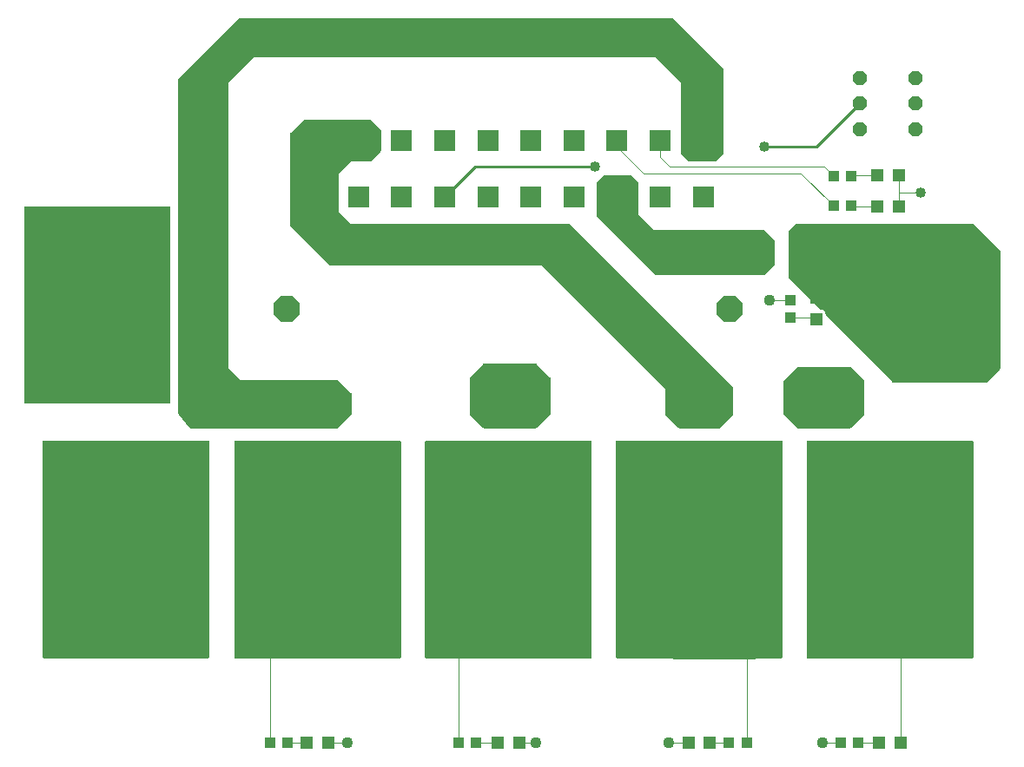
<source format=gbr>
G04 EAGLE Gerber RS-274X export*
G75*
%MOMM*%
%FSLAX34Y34*%
%LPD*%
%INTop Copper*%
%IPPOS*%
%AMOC8*
5,1,8,0,0,1.08239X$1,22.5*%
G01*
%ADD10P,2.749271X8X202.500000*%
%ADD11R,1.200000X1.200000*%
%ADD12R,1.000000X1.100000*%
%ADD13R,1.100000X1.000000*%
%ADD14R,3.150000X1.700000*%
%ADD15R,1.700000X3.150000*%
%ADD16C,8.000000*%
%ADD17R,2.100000X2.100000*%
%ADD18P,1.525737X8X112.500000*%
%ADD19C,0.025400*%
%ADD20C,0.050800*%
%ADD21C,1.108000*%
%ADD22C,1.016000*%
%ADD23C,1.422400*%
%ADD24C,0.254000*%

G36*
X333225Y373041D02*
X333225Y373041D01*
X333352Y373048D01*
X333398Y373061D01*
X333445Y373066D01*
X333565Y373109D01*
X333687Y373144D01*
X333728Y373168D01*
X333773Y373184D01*
X333880Y373253D01*
X333991Y373314D01*
X334036Y373353D01*
X334066Y373372D01*
X334100Y373407D01*
X334177Y373473D01*
X346877Y386173D01*
X346956Y386272D01*
X347040Y386366D01*
X347064Y386408D01*
X347094Y386446D01*
X347148Y386560D01*
X347209Y386671D01*
X347222Y386717D01*
X347243Y386761D01*
X347269Y386884D01*
X347304Y387006D01*
X347309Y387067D01*
X347316Y387102D01*
X347315Y387150D01*
X347323Y387250D01*
X347323Y406300D01*
X347309Y406426D01*
X347302Y406552D01*
X347289Y406598D01*
X347283Y406646D01*
X347241Y406765D01*
X347206Y406887D01*
X347182Y406929D01*
X347166Y406974D01*
X347097Y407081D01*
X347036Y407191D01*
X346996Y407237D01*
X346977Y407267D01*
X346942Y407301D01*
X346877Y407377D01*
X334177Y420077D01*
X334078Y420156D01*
X333984Y420240D01*
X333942Y420264D01*
X333904Y420294D01*
X333790Y420348D01*
X333679Y420409D01*
X333633Y420422D01*
X333589Y420443D01*
X333466Y420469D01*
X333344Y420504D01*
X333283Y420509D01*
X333248Y420516D01*
X333200Y420515D01*
X333100Y420523D01*
X241423Y420523D01*
X238767Y420604D01*
X226823Y432339D01*
X226823Y710469D01*
X251331Y734977D01*
X643769Y734977D01*
X668277Y710469D01*
X668277Y641250D01*
X668291Y641124D01*
X668298Y640998D01*
X668311Y640952D01*
X668317Y640904D01*
X668359Y640785D01*
X668394Y640663D01*
X668418Y640621D01*
X668434Y640576D01*
X668503Y640469D01*
X668564Y640359D01*
X668604Y640313D01*
X668623Y640283D01*
X668658Y640249D01*
X668723Y640173D01*
X675073Y633823D01*
X675172Y633744D01*
X675266Y633660D01*
X675308Y633636D01*
X675346Y633606D01*
X675460Y633552D01*
X675571Y633491D01*
X675617Y633478D01*
X675661Y633457D01*
X675784Y633431D01*
X675906Y633396D01*
X675967Y633392D01*
X676002Y633384D01*
X676050Y633385D01*
X676150Y633377D01*
X701550Y633377D01*
X701676Y633391D01*
X701802Y633398D01*
X701848Y633411D01*
X701896Y633417D01*
X702015Y633459D01*
X702137Y633494D01*
X702179Y633518D01*
X702224Y633534D01*
X702331Y633603D01*
X702441Y633664D01*
X702487Y633704D01*
X702517Y633723D01*
X702551Y633758D01*
X702627Y633823D01*
X708977Y640173D01*
X709056Y640272D01*
X709140Y640366D01*
X709164Y640408D01*
X709194Y640446D01*
X709248Y640560D01*
X709309Y640671D01*
X709322Y640717D01*
X709343Y640761D01*
X709369Y640884D01*
X709404Y641006D01*
X709409Y641067D01*
X709416Y641102D01*
X709415Y641150D01*
X709423Y641250D01*
X709423Y723800D01*
X709409Y723926D01*
X709402Y724052D01*
X709389Y724098D01*
X709383Y724146D01*
X709341Y724265D01*
X709306Y724387D01*
X709282Y724429D01*
X709266Y724474D01*
X709197Y724581D01*
X709136Y724691D01*
X709096Y724737D01*
X709077Y724767D01*
X709042Y724801D01*
X708977Y724877D01*
X660877Y772977D01*
X660778Y773056D01*
X660684Y773140D01*
X660642Y773164D01*
X660604Y773194D01*
X660490Y773248D01*
X660379Y773309D01*
X660333Y773322D01*
X660289Y773343D01*
X660166Y773369D01*
X660044Y773404D01*
X659983Y773409D01*
X659948Y773416D01*
X659900Y773415D01*
X659800Y773423D01*
X238000Y773423D01*
X237874Y773409D01*
X237748Y773402D01*
X237702Y773389D01*
X237654Y773383D01*
X237535Y773341D01*
X237413Y773306D01*
X237371Y773282D01*
X237326Y773266D01*
X237219Y773197D01*
X237109Y773136D01*
X237063Y773096D01*
X237033Y773077D01*
X236999Y773042D01*
X236923Y772977D01*
X178823Y714877D01*
X178744Y714778D01*
X178660Y714684D01*
X178636Y714642D01*
X178606Y714604D01*
X178552Y714490D01*
X178491Y714379D01*
X178478Y714333D01*
X178457Y714289D01*
X178431Y714166D01*
X178396Y714044D01*
X178392Y713983D01*
X178384Y713948D01*
X178385Y713900D01*
X178377Y713800D01*
X178377Y387250D01*
X178384Y387189D01*
X178382Y387128D01*
X178404Y387017D01*
X178417Y386904D01*
X178437Y386846D01*
X178449Y386786D01*
X178496Y386683D01*
X178534Y386576D01*
X178567Y386524D01*
X178592Y386469D01*
X178708Y386307D01*
X178723Y386283D01*
X178728Y386278D01*
X178734Y386269D01*
X189334Y373669D01*
X189347Y373658D01*
X189356Y373644D01*
X189473Y373538D01*
X189588Y373430D01*
X189602Y373422D01*
X189615Y373410D01*
X189752Y373334D01*
X189889Y373255D01*
X189905Y373250D01*
X189920Y373242D01*
X190071Y373199D01*
X190222Y373152D01*
X190239Y373151D01*
X190255Y373147D01*
X190499Y373127D01*
X333099Y373027D01*
X333225Y373041D01*
G37*
G36*
X716200Y148032D02*
X716200Y148032D01*
X716218Y148031D01*
X766018Y148731D01*
X766127Y148746D01*
X766237Y148753D01*
X766284Y148768D01*
X766333Y148775D01*
X766435Y148817D01*
X766539Y148851D01*
X766581Y148877D01*
X766627Y148896D01*
X766715Y148962D01*
X766808Y149021D01*
X766842Y149057D01*
X766882Y149087D01*
X766951Y149173D01*
X767026Y149253D01*
X767050Y149296D01*
X767081Y149335D01*
X767126Y149435D01*
X767180Y149531D01*
X767192Y149579D01*
X767212Y149624D01*
X767231Y149733D01*
X767259Y149839D01*
X767264Y149916D01*
X767268Y149937D01*
X767266Y149955D01*
X767269Y150000D01*
X767269Y360000D01*
X767254Y360118D01*
X767247Y360237D01*
X767234Y360275D01*
X767229Y360316D01*
X767186Y360426D01*
X767149Y360539D01*
X767127Y360574D01*
X767112Y360611D01*
X767043Y360707D01*
X766979Y360808D01*
X766949Y360836D01*
X766926Y360869D01*
X766834Y360945D01*
X766747Y361026D01*
X766712Y361046D01*
X766681Y361071D01*
X766573Y361122D01*
X766469Y361180D01*
X766429Y361190D01*
X766393Y361207D01*
X766276Y361229D01*
X766161Y361259D01*
X766101Y361263D01*
X766081Y361267D01*
X766060Y361265D01*
X766000Y361269D01*
X606000Y361269D01*
X605882Y361254D01*
X605763Y361247D01*
X605725Y361234D01*
X605684Y361229D01*
X605574Y361186D01*
X605461Y361149D01*
X605426Y361127D01*
X605389Y361112D01*
X605293Y361043D01*
X605192Y360979D01*
X605164Y360949D01*
X605131Y360926D01*
X605056Y360834D01*
X604974Y360747D01*
X604954Y360712D01*
X604929Y360681D01*
X604878Y360573D01*
X604820Y360469D01*
X604810Y360429D01*
X604793Y360393D01*
X604771Y360276D01*
X604741Y360161D01*
X604737Y360101D01*
X604733Y360081D01*
X604734Y360077D01*
X604733Y360076D01*
X604734Y360058D01*
X604731Y360000D01*
X604731Y150000D01*
X604745Y149886D01*
X604752Y149771D01*
X604765Y149729D01*
X604771Y149684D01*
X604813Y149578D01*
X604848Y149468D01*
X604871Y149430D01*
X604888Y149389D01*
X604955Y149296D01*
X605016Y149198D01*
X605048Y149168D01*
X605074Y149131D01*
X605163Y149058D01*
X605246Y148979D01*
X605285Y148957D01*
X605319Y148929D01*
X605424Y148880D01*
X605524Y148823D01*
X605567Y148812D01*
X605607Y148793D01*
X605720Y148772D01*
X605831Y148742D01*
X605899Y148737D01*
X605920Y148733D01*
X605939Y148735D01*
X605992Y148731D01*
X716192Y148031D01*
X716200Y148032D01*
G37*
G36*
X207318Y148746D02*
X207318Y148746D01*
X207437Y148753D01*
X207475Y148766D01*
X207516Y148771D01*
X207626Y148814D01*
X207739Y148851D01*
X207774Y148873D01*
X207811Y148888D01*
X207907Y148958D01*
X208008Y149021D01*
X208036Y149051D01*
X208069Y149074D01*
X208145Y149166D01*
X208226Y149253D01*
X208246Y149288D01*
X208271Y149319D01*
X208322Y149427D01*
X208380Y149531D01*
X208390Y149571D01*
X208407Y149607D01*
X208429Y149724D01*
X208459Y149839D01*
X208463Y149900D01*
X208467Y149920D01*
X208465Y149940D01*
X208469Y150000D01*
X208469Y360000D01*
X208454Y360118D01*
X208447Y360237D01*
X208434Y360275D01*
X208429Y360316D01*
X208386Y360426D01*
X208349Y360539D01*
X208327Y360574D01*
X208312Y360611D01*
X208243Y360707D01*
X208179Y360808D01*
X208149Y360836D01*
X208126Y360869D01*
X208034Y360945D01*
X207947Y361026D01*
X207912Y361046D01*
X207881Y361071D01*
X207773Y361122D01*
X207669Y361180D01*
X207629Y361190D01*
X207593Y361207D01*
X207476Y361229D01*
X207361Y361259D01*
X207301Y361263D01*
X207281Y361267D01*
X207260Y361265D01*
X207200Y361269D01*
X47200Y361269D01*
X47082Y361254D01*
X46963Y361247D01*
X46925Y361234D01*
X46884Y361229D01*
X46774Y361186D01*
X46661Y361149D01*
X46626Y361127D01*
X46589Y361112D01*
X46493Y361043D01*
X46392Y360979D01*
X46364Y360949D01*
X46331Y360926D01*
X46256Y360834D01*
X46174Y360747D01*
X46154Y360712D01*
X46129Y360681D01*
X46078Y360573D01*
X46020Y360469D01*
X46010Y360429D01*
X45993Y360393D01*
X45971Y360276D01*
X45941Y360161D01*
X45937Y360101D01*
X45933Y360081D01*
X45935Y360060D01*
X45931Y360000D01*
X45931Y150000D01*
X45946Y149882D01*
X45953Y149763D01*
X45966Y149725D01*
X45971Y149684D01*
X46014Y149574D01*
X46051Y149461D01*
X46073Y149426D01*
X46088Y149389D01*
X46158Y149293D01*
X46221Y149192D01*
X46251Y149164D01*
X46274Y149131D01*
X46366Y149056D01*
X46453Y148974D01*
X46488Y148954D01*
X46519Y148929D01*
X46627Y148878D01*
X46731Y148820D01*
X46771Y148810D01*
X46807Y148793D01*
X46924Y148771D01*
X47039Y148741D01*
X47100Y148737D01*
X47120Y148733D01*
X47140Y148735D01*
X47200Y148731D01*
X207200Y148731D01*
X207318Y148746D01*
G37*
G36*
X952118Y148746D02*
X952118Y148746D01*
X952237Y148753D01*
X952275Y148766D01*
X952316Y148771D01*
X952426Y148814D01*
X952539Y148851D01*
X952574Y148873D01*
X952611Y148888D01*
X952707Y148958D01*
X952808Y149021D01*
X952836Y149051D01*
X952869Y149074D01*
X952945Y149166D01*
X953026Y149253D01*
X953046Y149288D01*
X953071Y149319D01*
X953122Y149427D01*
X953180Y149531D01*
X953190Y149571D01*
X953207Y149607D01*
X953229Y149724D01*
X953259Y149839D01*
X953263Y149900D01*
X953267Y149920D01*
X953265Y149940D01*
X953269Y150000D01*
X953269Y360000D01*
X953254Y360118D01*
X953247Y360237D01*
X953234Y360275D01*
X953229Y360316D01*
X953186Y360426D01*
X953149Y360539D01*
X953127Y360574D01*
X953112Y360611D01*
X953043Y360707D01*
X952979Y360808D01*
X952949Y360836D01*
X952926Y360869D01*
X952834Y360945D01*
X952747Y361026D01*
X952712Y361046D01*
X952681Y361071D01*
X952573Y361122D01*
X952469Y361180D01*
X952429Y361190D01*
X952393Y361207D01*
X952276Y361229D01*
X952161Y361259D01*
X952101Y361263D01*
X952081Y361267D01*
X952060Y361265D01*
X952000Y361269D01*
X792000Y361269D01*
X791882Y361254D01*
X791763Y361247D01*
X791725Y361234D01*
X791684Y361229D01*
X791574Y361186D01*
X791461Y361149D01*
X791426Y361127D01*
X791389Y361112D01*
X791293Y361043D01*
X791192Y360979D01*
X791164Y360949D01*
X791131Y360926D01*
X791056Y360834D01*
X790974Y360747D01*
X790954Y360712D01*
X790929Y360681D01*
X790878Y360573D01*
X790820Y360469D01*
X790810Y360429D01*
X790793Y360393D01*
X790771Y360276D01*
X790741Y360161D01*
X790737Y360101D01*
X790733Y360081D01*
X790735Y360060D01*
X790731Y360000D01*
X790731Y150000D01*
X790746Y149882D01*
X790753Y149763D01*
X790766Y149725D01*
X790771Y149684D01*
X790814Y149574D01*
X790851Y149461D01*
X790873Y149426D01*
X790888Y149389D01*
X790958Y149293D01*
X791021Y149192D01*
X791051Y149164D01*
X791074Y149131D01*
X791166Y149056D01*
X791253Y148974D01*
X791288Y148954D01*
X791319Y148929D01*
X791427Y148878D01*
X791531Y148820D01*
X791571Y148810D01*
X791607Y148793D01*
X791724Y148771D01*
X791839Y148741D01*
X791900Y148737D01*
X791920Y148733D01*
X791940Y148735D01*
X792000Y148731D01*
X952000Y148731D01*
X952118Y148746D01*
G37*
G36*
X580118Y148746D02*
X580118Y148746D01*
X580237Y148753D01*
X580275Y148766D01*
X580316Y148771D01*
X580426Y148814D01*
X580539Y148851D01*
X580574Y148873D01*
X580611Y148888D01*
X580707Y148958D01*
X580808Y149021D01*
X580836Y149051D01*
X580869Y149074D01*
X580945Y149166D01*
X581026Y149253D01*
X581046Y149288D01*
X581071Y149319D01*
X581122Y149427D01*
X581180Y149531D01*
X581190Y149571D01*
X581207Y149607D01*
X581229Y149724D01*
X581259Y149839D01*
X581263Y149900D01*
X581267Y149920D01*
X581265Y149940D01*
X581269Y150000D01*
X581269Y360000D01*
X581254Y360118D01*
X581247Y360237D01*
X581234Y360275D01*
X581229Y360316D01*
X581186Y360426D01*
X581149Y360539D01*
X581127Y360574D01*
X581112Y360611D01*
X581043Y360707D01*
X580979Y360808D01*
X580949Y360836D01*
X580926Y360869D01*
X580834Y360945D01*
X580747Y361026D01*
X580712Y361046D01*
X580681Y361071D01*
X580573Y361122D01*
X580469Y361180D01*
X580429Y361190D01*
X580393Y361207D01*
X580276Y361229D01*
X580161Y361259D01*
X580101Y361263D01*
X580081Y361267D01*
X580060Y361265D01*
X580000Y361269D01*
X420000Y361269D01*
X419882Y361254D01*
X419763Y361247D01*
X419725Y361234D01*
X419684Y361229D01*
X419574Y361186D01*
X419461Y361149D01*
X419426Y361127D01*
X419389Y361112D01*
X419293Y361043D01*
X419192Y360979D01*
X419164Y360949D01*
X419131Y360926D01*
X419056Y360834D01*
X418974Y360747D01*
X418954Y360712D01*
X418929Y360681D01*
X418878Y360573D01*
X418820Y360469D01*
X418810Y360429D01*
X418793Y360393D01*
X418771Y360276D01*
X418741Y360161D01*
X418737Y360101D01*
X418733Y360081D01*
X418735Y360060D01*
X418731Y360000D01*
X418731Y150000D01*
X418746Y149882D01*
X418753Y149763D01*
X418766Y149725D01*
X418771Y149684D01*
X418814Y149574D01*
X418851Y149461D01*
X418873Y149426D01*
X418888Y149389D01*
X418958Y149293D01*
X419021Y149192D01*
X419051Y149164D01*
X419074Y149131D01*
X419166Y149056D01*
X419253Y148974D01*
X419288Y148954D01*
X419319Y148929D01*
X419427Y148878D01*
X419531Y148820D01*
X419571Y148810D01*
X419607Y148793D01*
X419724Y148771D01*
X419839Y148741D01*
X419900Y148737D01*
X419920Y148733D01*
X419940Y148735D01*
X420000Y148731D01*
X580000Y148731D01*
X580118Y148746D01*
G37*
G36*
X394118Y148746D02*
X394118Y148746D01*
X394237Y148753D01*
X394275Y148766D01*
X394316Y148771D01*
X394426Y148814D01*
X394539Y148851D01*
X394574Y148873D01*
X394611Y148888D01*
X394707Y148958D01*
X394808Y149021D01*
X394836Y149051D01*
X394869Y149074D01*
X394945Y149166D01*
X395026Y149253D01*
X395046Y149288D01*
X395071Y149319D01*
X395122Y149427D01*
X395180Y149531D01*
X395190Y149571D01*
X395207Y149607D01*
X395229Y149724D01*
X395259Y149839D01*
X395263Y149900D01*
X395267Y149920D01*
X395265Y149940D01*
X395269Y150000D01*
X395269Y360000D01*
X395254Y360118D01*
X395247Y360237D01*
X395234Y360275D01*
X395229Y360316D01*
X395186Y360426D01*
X395149Y360539D01*
X395127Y360574D01*
X395112Y360611D01*
X395043Y360707D01*
X394979Y360808D01*
X394949Y360836D01*
X394926Y360869D01*
X394834Y360945D01*
X394747Y361026D01*
X394712Y361046D01*
X394681Y361071D01*
X394573Y361122D01*
X394469Y361180D01*
X394429Y361190D01*
X394393Y361207D01*
X394276Y361229D01*
X394161Y361259D01*
X394101Y361263D01*
X394081Y361267D01*
X394060Y361265D01*
X394000Y361269D01*
X234000Y361269D01*
X233882Y361254D01*
X233763Y361247D01*
X233725Y361234D01*
X233684Y361229D01*
X233574Y361186D01*
X233461Y361149D01*
X233426Y361127D01*
X233389Y361112D01*
X233293Y361043D01*
X233192Y360979D01*
X233164Y360949D01*
X233131Y360926D01*
X233056Y360834D01*
X232974Y360747D01*
X232954Y360712D01*
X232929Y360681D01*
X232878Y360573D01*
X232820Y360469D01*
X232810Y360429D01*
X232793Y360393D01*
X232771Y360276D01*
X232741Y360161D01*
X232737Y360101D01*
X232733Y360081D01*
X232735Y360060D01*
X232731Y360000D01*
X232731Y150000D01*
X232746Y149882D01*
X232753Y149763D01*
X232766Y149725D01*
X232771Y149684D01*
X232814Y149574D01*
X232851Y149461D01*
X232873Y149426D01*
X232888Y149389D01*
X232958Y149293D01*
X233021Y149192D01*
X233051Y149164D01*
X233074Y149131D01*
X233166Y149056D01*
X233253Y148974D01*
X233288Y148954D01*
X233319Y148929D01*
X233427Y148878D01*
X233531Y148820D01*
X233571Y148810D01*
X233607Y148793D01*
X233724Y148771D01*
X233839Y148741D01*
X233900Y148737D01*
X233920Y148733D01*
X233940Y148735D01*
X234000Y148731D01*
X394000Y148731D01*
X394118Y148746D01*
G37*
G36*
X705326Y373141D02*
X705326Y373141D01*
X705452Y373148D01*
X705498Y373161D01*
X705546Y373167D01*
X705665Y373209D01*
X705787Y373244D01*
X705829Y373268D01*
X705874Y373284D01*
X705981Y373353D01*
X706091Y373414D01*
X706137Y373454D01*
X706167Y373473D01*
X706201Y373508D01*
X706277Y373573D01*
X718977Y386273D01*
X719056Y386372D01*
X719140Y386466D01*
X719164Y386508D01*
X719194Y386546D01*
X719248Y386660D01*
X719309Y386771D01*
X719322Y386817D01*
X719343Y386861D01*
X719369Y386984D01*
X719404Y387106D01*
X719409Y387167D01*
X719416Y387202D01*
X719415Y387250D01*
X719423Y387350D01*
X719423Y412400D01*
X719409Y412526D01*
X719402Y412652D01*
X719389Y412698D01*
X719383Y412746D01*
X719341Y412865D01*
X719306Y412987D01*
X719282Y413029D01*
X719266Y413074D01*
X719197Y413181D01*
X719136Y413291D01*
X719096Y413337D01*
X719077Y413367D01*
X719042Y413401D01*
X718977Y413477D01*
X559877Y572577D01*
X559778Y572656D01*
X559684Y572740D01*
X559642Y572764D01*
X559604Y572794D01*
X559490Y572848D01*
X559379Y572909D01*
X559333Y572922D01*
X559289Y572943D01*
X559166Y572969D01*
X559044Y573004D01*
X558983Y573009D01*
X558948Y573016D01*
X558900Y573015D01*
X558800Y573023D01*
X546100Y573023D01*
X546099Y573023D01*
X346581Y572924D01*
X334773Y584731D01*
X334773Y621569D01*
X346581Y633377D01*
X365000Y633377D01*
X365126Y633391D01*
X365252Y633398D01*
X365298Y633411D01*
X365346Y633417D01*
X365465Y633459D01*
X365587Y633494D01*
X365629Y633518D01*
X365674Y633534D01*
X365781Y633603D01*
X365891Y633664D01*
X365937Y633704D01*
X365967Y633723D01*
X366001Y633758D01*
X366077Y633823D01*
X375602Y643348D01*
X375681Y643447D01*
X375765Y643541D01*
X375789Y643583D01*
X375819Y643621D01*
X375873Y643735D01*
X375934Y643846D01*
X375947Y643892D01*
X375968Y643936D01*
X375994Y644059D01*
X376029Y644181D01*
X376034Y644242D01*
X376041Y644277D01*
X376040Y644325D01*
X376048Y644425D01*
X376048Y663475D01*
X376034Y663601D01*
X376027Y663727D01*
X376014Y663773D01*
X376008Y663821D01*
X375966Y663940D01*
X375931Y664062D01*
X375907Y664104D01*
X375891Y664149D01*
X375822Y664256D01*
X375761Y664366D01*
X375721Y664412D01*
X375702Y664442D01*
X375667Y664476D01*
X375602Y664552D01*
X366077Y674077D01*
X365978Y674156D01*
X365884Y674240D01*
X365842Y674264D01*
X365804Y674294D01*
X365690Y674348D01*
X365579Y674409D01*
X365533Y674422D01*
X365489Y674443D01*
X365366Y674469D01*
X365244Y674504D01*
X365183Y674509D01*
X365148Y674516D01*
X365100Y674515D01*
X365000Y674523D01*
X301500Y674523D01*
X301374Y674509D01*
X301248Y674502D01*
X301202Y674489D01*
X301154Y674483D01*
X301035Y674441D01*
X300913Y674406D01*
X300871Y674382D01*
X300826Y674366D01*
X300719Y674297D01*
X300609Y674236D01*
X300563Y674196D01*
X300533Y674177D01*
X300499Y674142D01*
X300423Y674077D01*
X287723Y661377D01*
X287644Y661278D01*
X287560Y661184D01*
X287536Y661142D01*
X287506Y661104D01*
X287452Y660990D01*
X287391Y660879D01*
X287378Y660833D01*
X287357Y660789D01*
X287331Y660666D01*
X287296Y660544D01*
X287292Y660483D01*
X287284Y660448D01*
X287285Y660400D01*
X287277Y660300D01*
X287277Y571400D01*
X287291Y571274D01*
X287298Y571148D01*
X287311Y571102D01*
X287317Y571054D01*
X287359Y570935D01*
X287394Y570813D01*
X287418Y570771D01*
X287434Y570726D01*
X287503Y570619D01*
X287564Y570509D01*
X287604Y570463D01*
X287623Y570433D01*
X287658Y570399D01*
X287723Y570323D01*
X325823Y532223D01*
X325922Y532144D01*
X326016Y532059D01*
X326058Y532036D01*
X326096Y532006D01*
X326210Y531952D01*
X326322Y531891D01*
X326368Y531878D01*
X326411Y531857D01*
X326535Y531831D01*
X326657Y531796D01*
X326717Y531791D01*
X326752Y531784D01*
X326800Y531785D01*
X326901Y531777D01*
X520701Y531877D01*
X532769Y531877D01*
X652877Y411769D01*
X652877Y387350D01*
X652891Y387224D01*
X652898Y387098D01*
X652911Y387052D01*
X652917Y387004D01*
X652959Y386885D01*
X652994Y386763D01*
X653018Y386721D01*
X653034Y386676D01*
X653103Y386569D01*
X653164Y386459D01*
X653204Y386413D01*
X653223Y386383D01*
X653258Y386349D01*
X653323Y386273D01*
X666023Y373573D01*
X666122Y373494D01*
X666216Y373410D01*
X666258Y373386D01*
X666296Y373356D01*
X666410Y373302D01*
X666521Y373241D01*
X666567Y373228D01*
X666611Y373207D01*
X666734Y373181D01*
X666856Y373146D01*
X666917Y373142D01*
X666952Y373134D01*
X667000Y373135D01*
X667100Y373127D01*
X705200Y373127D01*
X705326Y373141D01*
G37*
G36*
X169618Y397346D02*
X169618Y397346D01*
X169737Y397353D01*
X169775Y397366D01*
X169816Y397371D01*
X169926Y397414D01*
X170039Y397451D01*
X170074Y397473D01*
X170111Y397488D01*
X170207Y397558D01*
X170308Y397621D01*
X170336Y397651D01*
X170369Y397674D01*
X170445Y397766D01*
X170526Y397853D01*
X170546Y397888D01*
X170571Y397919D01*
X170622Y398027D01*
X170680Y398131D01*
X170690Y398171D01*
X170707Y398207D01*
X170729Y398324D01*
X170759Y398439D01*
X170763Y398500D01*
X170767Y398520D01*
X170765Y398540D01*
X170769Y398600D01*
X170769Y588600D01*
X170754Y588718D01*
X170747Y588837D01*
X170734Y588875D01*
X170729Y588916D01*
X170686Y589026D01*
X170649Y589139D01*
X170627Y589174D01*
X170612Y589211D01*
X170543Y589307D01*
X170479Y589408D01*
X170449Y589436D01*
X170426Y589469D01*
X170334Y589545D01*
X170247Y589626D01*
X170212Y589646D01*
X170181Y589671D01*
X170073Y589722D01*
X169969Y589780D01*
X169929Y589790D01*
X169893Y589807D01*
X169776Y589829D01*
X169661Y589859D01*
X169601Y589863D01*
X169581Y589867D01*
X169560Y589865D01*
X169500Y589869D01*
X29500Y589869D01*
X29382Y589854D01*
X29263Y589847D01*
X29225Y589834D01*
X29184Y589829D01*
X29074Y589786D01*
X28961Y589749D01*
X28926Y589727D01*
X28889Y589712D01*
X28793Y589643D01*
X28692Y589579D01*
X28664Y589549D01*
X28631Y589526D01*
X28556Y589434D01*
X28474Y589347D01*
X28454Y589312D01*
X28429Y589281D01*
X28378Y589173D01*
X28320Y589069D01*
X28310Y589029D01*
X28293Y588993D01*
X28271Y588876D01*
X28241Y588761D01*
X28237Y588701D01*
X28233Y588681D01*
X28235Y588660D01*
X28231Y588600D01*
X28231Y398600D01*
X28246Y398482D01*
X28253Y398363D01*
X28266Y398325D01*
X28271Y398284D01*
X28314Y398174D01*
X28351Y398061D01*
X28373Y398026D01*
X28388Y397989D01*
X28458Y397893D01*
X28521Y397792D01*
X28551Y397764D01*
X28574Y397731D01*
X28666Y397656D01*
X28753Y397574D01*
X28788Y397554D01*
X28819Y397529D01*
X28927Y397478D01*
X29031Y397420D01*
X29071Y397410D01*
X29107Y397393D01*
X29224Y397371D01*
X29339Y397341D01*
X29400Y397337D01*
X29420Y397333D01*
X29440Y397335D01*
X29500Y397331D01*
X169500Y397331D01*
X169618Y397346D01*
G37*
G36*
X965326Y417591D02*
X965326Y417591D01*
X965452Y417598D01*
X965498Y417611D01*
X965546Y417617D01*
X965665Y417659D01*
X965787Y417694D01*
X965829Y417718D01*
X965874Y417734D01*
X965981Y417803D01*
X966091Y417864D01*
X966137Y417904D01*
X966167Y417923D01*
X966201Y417958D01*
X966277Y418023D01*
X978977Y430723D01*
X979056Y430822D01*
X979140Y430916D01*
X979164Y430958D01*
X979194Y430996D01*
X979248Y431110D01*
X979309Y431221D01*
X979322Y431267D01*
X979343Y431311D01*
X979369Y431434D01*
X979404Y431556D01*
X979409Y431617D01*
X979416Y431652D01*
X979415Y431700D01*
X979423Y431800D01*
X979423Y546100D01*
X979409Y546226D01*
X979402Y546352D01*
X979389Y546398D01*
X979383Y546446D01*
X979341Y546565D01*
X979306Y546687D01*
X979282Y546729D01*
X979266Y546774D01*
X979197Y546881D01*
X979136Y546991D01*
X979096Y547037D01*
X979077Y547067D01*
X979042Y547101D01*
X978977Y547177D01*
X953577Y572577D01*
X953478Y572656D01*
X953384Y572740D01*
X953342Y572764D01*
X953304Y572794D01*
X953190Y572848D01*
X953079Y572909D01*
X953033Y572922D01*
X952989Y572943D01*
X952866Y572969D01*
X952744Y573004D01*
X952683Y573009D01*
X952648Y573016D01*
X952600Y573015D01*
X952500Y573023D01*
X781050Y573023D01*
X780924Y573009D01*
X780798Y573002D01*
X780752Y572989D01*
X780704Y572983D01*
X780585Y572941D01*
X780463Y572906D01*
X780421Y572882D01*
X780376Y572866D01*
X780269Y572797D01*
X780159Y572736D01*
X780113Y572696D01*
X780083Y572677D01*
X780049Y572642D01*
X779973Y572577D01*
X773623Y566227D01*
X773544Y566128D01*
X773460Y566034D01*
X773436Y565992D01*
X773406Y565954D01*
X773352Y565840D01*
X773291Y565729D01*
X773278Y565683D01*
X773257Y565639D01*
X773231Y565516D01*
X773196Y565394D01*
X773192Y565333D01*
X773184Y565298D01*
X773185Y565250D01*
X773177Y565150D01*
X773177Y520700D01*
X773191Y520574D01*
X773198Y520448D01*
X773211Y520402D01*
X773217Y520354D01*
X773259Y520235D01*
X773294Y520113D01*
X773318Y520071D01*
X773334Y520026D01*
X773403Y519919D01*
X773464Y519809D01*
X773504Y519763D01*
X773523Y519733D01*
X773558Y519699D01*
X773623Y519623D01*
X804251Y488995D01*
X804350Y488916D01*
X804444Y488832D01*
X804486Y488808D01*
X804524Y488778D01*
X804638Y488724D01*
X804749Y488663D01*
X804795Y488650D01*
X804839Y488629D01*
X804962Y488603D01*
X805084Y488568D01*
X805145Y488563D01*
X805180Y488556D01*
X805228Y488557D01*
X805328Y488549D01*
X807363Y488549D01*
X809149Y486763D01*
X809149Y484728D01*
X809163Y484602D01*
X809170Y484476D01*
X809183Y484430D01*
X809189Y484382D01*
X809231Y484263D01*
X809266Y484141D01*
X809290Y484099D01*
X809306Y484054D01*
X809375Y483947D01*
X809436Y483837D01*
X809476Y483791D01*
X809495Y483761D01*
X809530Y483727D01*
X809595Y483651D01*
X875223Y418023D01*
X875322Y417944D01*
X875416Y417860D01*
X875458Y417836D01*
X875496Y417806D01*
X875610Y417752D01*
X875721Y417691D01*
X875767Y417678D01*
X875811Y417657D01*
X875934Y417631D01*
X876056Y417596D01*
X876117Y417592D01*
X876152Y417584D01*
X876200Y417585D01*
X876300Y417577D01*
X965200Y417577D01*
X965326Y417591D01*
G37*
G36*
X749398Y522618D02*
X749398Y522618D01*
X749497Y522621D01*
X749555Y522638D01*
X749616Y522646D01*
X749708Y522682D01*
X749803Y522710D01*
X749855Y522740D01*
X749911Y522763D01*
X749991Y522821D01*
X750077Y522871D01*
X750152Y522937D01*
X750169Y522949D01*
X750176Y522959D01*
X750198Y522978D01*
X759723Y532503D01*
X759783Y532581D01*
X759851Y532653D01*
X759880Y532706D01*
X759917Y532754D01*
X759957Y532845D01*
X760005Y532931D01*
X760020Y532990D01*
X760044Y533046D01*
X760059Y533144D01*
X760084Y533239D01*
X760090Y533339D01*
X760094Y533360D01*
X760092Y533372D01*
X760094Y533400D01*
X760094Y555625D01*
X760082Y555723D01*
X760079Y555822D01*
X760062Y555880D01*
X760054Y555941D01*
X760018Y556033D01*
X759990Y556128D01*
X759960Y556180D01*
X759937Y556236D01*
X759879Y556316D01*
X759829Y556402D01*
X759763Y556477D01*
X759751Y556494D01*
X759741Y556501D01*
X759723Y556523D01*
X750198Y566048D01*
X750119Y566108D01*
X750047Y566176D01*
X749994Y566205D01*
X749946Y566242D01*
X749855Y566282D01*
X749769Y566330D01*
X749710Y566345D01*
X749654Y566369D01*
X749556Y566384D01*
X749461Y566409D01*
X749361Y566415D01*
X749340Y566419D01*
X749328Y566417D01*
X749300Y566419D01*
X641876Y566419D01*
X626619Y581676D01*
X626619Y612675D01*
X626607Y612773D01*
X626604Y612872D01*
X626587Y612930D01*
X626579Y612991D01*
X626543Y613083D01*
X626515Y613178D01*
X626485Y613230D01*
X626462Y613286D01*
X626404Y613366D01*
X626354Y613452D01*
X626288Y613527D01*
X626276Y613544D01*
X626266Y613551D01*
X626248Y613573D01*
X619898Y619923D01*
X619819Y619983D01*
X619747Y620051D01*
X619694Y620080D01*
X619646Y620117D01*
X619555Y620157D01*
X619469Y620205D01*
X619410Y620220D01*
X619354Y620244D01*
X619256Y620259D01*
X619161Y620284D01*
X619061Y620290D01*
X619040Y620294D01*
X619028Y620292D01*
X619000Y620294D01*
X593600Y620294D01*
X593502Y620282D01*
X593403Y620279D01*
X593345Y620262D01*
X593284Y620254D01*
X593192Y620218D01*
X593097Y620190D01*
X593045Y620160D01*
X592989Y620137D01*
X592909Y620079D01*
X592823Y620029D01*
X592748Y619963D01*
X592731Y619951D01*
X592724Y619941D01*
X592703Y619923D01*
X586353Y613573D01*
X586292Y613494D01*
X586224Y613422D01*
X586195Y613369D01*
X586158Y613321D01*
X586118Y613230D01*
X586070Y613144D01*
X586055Y613085D01*
X586031Y613029D01*
X586016Y612931D01*
X585991Y612836D01*
X585985Y612736D01*
X585981Y612715D01*
X585983Y612703D01*
X585981Y612675D01*
X585981Y581150D01*
X585993Y581052D01*
X585996Y580953D01*
X586013Y580895D01*
X586021Y580834D01*
X586057Y580742D01*
X586085Y580647D01*
X586115Y580595D01*
X586138Y580539D01*
X586196Y580459D01*
X586246Y580373D01*
X586312Y580298D01*
X586324Y580281D01*
X586334Y580274D01*
X586353Y580253D01*
X643628Y522978D01*
X643706Y522917D01*
X643778Y522849D01*
X643831Y522820D01*
X643879Y522783D01*
X643970Y522743D01*
X644056Y522695D01*
X644115Y522680D01*
X644171Y522656D01*
X644269Y522641D01*
X644364Y522616D01*
X644464Y522610D01*
X644485Y522606D01*
X644497Y522608D01*
X644525Y522606D01*
X749300Y522606D01*
X749398Y522618D01*
G37*
G36*
X527123Y373293D02*
X527123Y373293D01*
X527222Y373296D01*
X527280Y373313D01*
X527341Y373321D01*
X527433Y373357D01*
X527528Y373385D01*
X527580Y373415D01*
X527636Y373438D01*
X527716Y373496D01*
X527802Y373546D01*
X527877Y373612D01*
X527894Y373624D01*
X527901Y373634D01*
X527923Y373653D01*
X540623Y386353D01*
X540683Y386431D01*
X540751Y386503D01*
X540773Y386543D01*
X540789Y386562D01*
X540795Y386575D01*
X540817Y386604D01*
X540857Y386695D01*
X540905Y386781D01*
X540920Y386839D01*
X540924Y386850D01*
X540925Y386852D01*
X540944Y386896D01*
X540959Y386994D01*
X540984Y387089D01*
X540990Y387189D01*
X540994Y387210D01*
X540992Y387222D01*
X540994Y387250D01*
X540994Y422175D01*
X540982Y422273D01*
X540979Y422372D01*
X540962Y422430D01*
X540954Y422491D01*
X540918Y422583D01*
X540890Y422678D01*
X540860Y422730D01*
X540837Y422786D01*
X540779Y422866D01*
X540729Y422952D01*
X540663Y423027D01*
X540651Y423044D01*
X540641Y423051D01*
X540623Y423073D01*
X527923Y435773D01*
X527844Y435833D01*
X527772Y435901D01*
X527719Y435930D01*
X527671Y435967D01*
X527580Y436007D01*
X527494Y436055D01*
X527435Y436070D01*
X527379Y436094D01*
X527281Y436109D01*
X527186Y436134D01*
X527086Y436140D01*
X527065Y436144D01*
X527053Y436142D01*
X527025Y436144D01*
X476225Y436144D01*
X476127Y436132D01*
X476028Y436129D01*
X475970Y436112D01*
X475909Y436104D01*
X475817Y436068D01*
X475722Y436040D01*
X475670Y436010D01*
X475614Y435987D01*
X475534Y435929D01*
X475448Y435879D01*
X475373Y435813D01*
X475356Y435801D01*
X475349Y435791D01*
X475328Y435773D01*
X462628Y423073D01*
X462567Y422994D01*
X462499Y422922D01*
X462470Y422869D01*
X462433Y422821D01*
X462393Y422730D01*
X462345Y422644D01*
X462330Y422585D01*
X462306Y422529D01*
X462291Y422431D01*
X462266Y422336D01*
X462260Y422236D01*
X462256Y422215D01*
X462258Y422203D01*
X462256Y422175D01*
X462256Y387250D01*
X462268Y387152D01*
X462271Y387053D01*
X462288Y386995D01*
X462296Y386934D01*
X462332Y386842D01*
X462360Y386747D01*
X462381Y386711D01*
X462384Y386703D01*
X462393Y386688D01*
X462413Y386639D01*
X462471Y386559D01*
X462521Y386473D01*
X462550Y386441D01*
X462554Y386434D01*
X462563Y386425D01*
X462587Y386398D01*
X462599Y386381D01*
X462609Y386374D01*
X462628Y386353D01*
X475328Y373653D01*
X475406Y373592D01*
X475478Y373524D01*
X475531Y373495D01*
X475579Y373458D01*
X475670Y373418D01*
X475756Y373370D01*
X475815Y373355D01*
X475871Y373331D01*
X475969Y373316D01*
X476064Y373291D01*
X476164Y373285D01*
X476185Y373281D01*
X476197Y373283D01*
X476225Y373281D01*
X527025Y373281D01*
X527123Y373293D01*
G37*
G36*
X833223Y373293D02*
X833223Y373293D01*
X833322Y373296D01*
X833380Y373313D01*
X833441Y373321D01*
X833533Y373357D01*
X833628Y373385D01*
X833680Y373415D01*
X833736Y373438D01*
X833816Y373496D01*
X833902Y373546D01*
X833977Y373612D01*
X833994Y373624D01*
X834001Y373634D01*
X834023Y373653D01*
X846723Y386353D01*
X846783Y386431D01*
X846851Y386503D01*
X846873Y386543D01*
X846889Y386562D01*
X846895Y386575D01*
X846917Y386604D01*
X846957Y386695D01*
X847005Y386781D01*
X847020Y386839D01*
X847024Y386850D01*
X847025Y386852D01*
X847044Y386896D01*
X847059Y386994D01*
X847084Y387089D01*
X847090Y387189D01*
X847094Y387210D01*
X847092Y387222D01*
X847094Y387250D01*
X847094Y419000D01*
X847082Y419098D01*
X847079Y419197D01*
X847062Y419255D01*
X847054Y419316D01*
X847018Y419408D01*
X846990Y419503D01*
X846960Y419555D01*
X846937Y419611D01*
X846879Y419691D01*
X846829Y419777D01*
X846763Y419852D01*
X846751Y419869D01*
X846741Y419876D01*
X846723Y419898D01*
X834023Y432598D01*
X833944Y432658D01*
X833872Y432726D01*
X833819Y432755D01*
X833771Y432792D01*
X833680Y432832D01*
X833594Y432880D01*
X833535Y432895D01*
X833479Y432919D01*
X833381Y432934D01*
X833286Y432959D01*
X833186Y432965D01*
X833165Y432969D01*
X833153Y432967D01*
X833125Y432969D01*
X782325Y432969D01*
X782227Y432957D01*
X782128Y432954D01*
X782070Y432937D01*
X782009Y432929D01*
X781917Y432893D01*
X781822Y432865D01*
X781770Y432835D01*
X781714Y432812D01*
X781634Y432754D01*
X781548Y432704D01*
X781473Y432638D01*
X781456Y432626D01*
X781449Y432616D01*
X781428Y432598D01*
X768728Y419898D01*
X768667Y419819D01*
X768599Y419747D01*
X768570Y419694D01*
X768533Y419646D01*
X768493Y419555D01*
X768445Y419469D01*
X768430Y419410D01*
X768406Y419354D01*
X768391Y419256D01*
X768366Y419161D01*
X768360Y419061D01*
X768358Y419054D01*
X768358Y419053D01*
X768356Y419040D01*
X768358Y419028D01*
X768356Y419000D01*
X768356Y387250D01*
X768368Y387152D01*
X768371Y387053D01*
X768388Y386995D01*
X768396Y386934D01*
X768432Y386842D01*
X768460Y386747D01*
X768481Y386711D01*
X768484Y386703D01*
X768493Y386688D01*
X768513Y386639D01*
X768571Y386559D01*
X768621Y386473D01*
X768650Y386441D01*
X768654Y386434D01*
X768663Y386425D01*
X768687Y386398D01*
X768699Y386381D01*
X768709Y386374D01*
X768728Y386353D01*
X781428Y373653D01*
X781506Y373592D01*
X781578Y373524D01*
X781631Y373495D01*
X781679Y373458D01*
X781770Y373418D01*
X781856Y373370D01*
X781915Y373355D01*
X781971Y373331D01*
X782069Y373316D01*
X782164Y373291D01*
X782264Y373285D01*
X782285Y373281D01*
X782297Y373283D01*
X782325Y373281D01*
X833125Y373281D01*
X833223Y373293D01*
G37*
D10*
X715900Y490000D03*
X284100Y490000D03*
D11*
X324500Y66500D03*
X303500Y66500D03*
X510500Y66500D03*
X489500Y66500D03*
X675500Y66500D03*
X696500Y66500D03*
X800100Y500500D03*
X800100Y479500D03*
X882500Y66500D03*
X861500Y66500D03*
D12*
X284400Y66500D03*
X267400Y66500D03*
X468500Y66500D03*
X451500Y66500D03*
X715200Y66500D03*
X732200Y66500D03*
D13*
X774700Y481500D03*
X774700Y498500D03*
D12*
X840775Y66500D03*
X823775Y66500D03*
D14*
X809300Y396200D03*
X809300Y343800D03*
D15*
X735800Y546100D03*
X788200Y546100D03*
D14*
X686000Y396200D03*
X686000Y343800D03*
X500000Y396200D03*
X500000Y343800D03*
X314000Y396200D03*
X314000Y343800D03*
D11*
X880500Y590000D03*
X859500Y590000D03*
D12*
X834000Y590550D03*
X817000Y590550D03*
D16*
X314000Y230000D03*
X500000Y230000D03*
X686000Y230000D03*
X906650Y490000D03*
X872000Y230000D03*
X93350Y490000D03*
D17*
X312000Y653700D03*
X354000Y653700D03*
X396000Y653700D03*
X438000Y653700D03*
X480000Y653700D03*
X522000Y653700D03*
X564000Y653700D03*
X606000Y653700D03*
X648000Y653700D03*
X690000Y653700D03*
X312000Y598700D03*
X354000Y598700D03*
X396000Y598700D03*
X438000Y598700D03*
X480000Y598700D03*
X522000Y598700D03*
X564000Y598700D03*
X606000Y598700D03*
X648000Y598700D03*
X690000Y598700D03*
D16*
X128000Y230000D03*
D18*
X843000Y665000D03*
X843000Y690000D03*
X843000Y715000D03*
X897000Y715000D03*
X897000Y690000D03*
X897000Y665000D03*
D12*
X834000Y619125D03*
X817000Y619125D03*
D11*
X880500Y620000D03*
X859500Y620000D03*
D19*
X880500Y603250D02*
X880500Y590000D01*
X880500Y603250D02*
X880500Y620000D01*
X880500Y603250D02*
X901700Y603250D01*
D20*
X774700Y498500D02*
X754500Y498500D01*
X754300Y498300D01*
X675500Y66500D02*
X656100Y66500D01*
X510675Y66675D02*
X510500Y66500D01*
X527050Y66500D01*
X342900Y66500D02*
X324500Y66500D01*
X806450Y66500D02*
X823775Y66500D01*
D21*
X806450Y66500D03*
X754300Y498300D03*
X656100Y66500D03*
X527050Y66500D03*
X342900Y66500D03*
D22*
X901700Y603250D03*
D23*
X53575Y352425D03*
X126600Y352425D03*
X199625Y352425D03*
X199625Y313375D03*
X199625Y272100D03*
X199625Y218125D03*
X199625Y157800D03*
X126600Y157800D03*
X53575Y157800D03*
X53575Y218125D03*
X53575Y268925D03*
X53575Y316550D03*
X35400Y581025D03*
X98900Y581025D03*
X159225Y581025D03*
X159225Y536575D03*
X159225Y495300D03*
X159225Y450850D03*
X159225Y406400D03*
X98900Y406400D03*
X35400Y406400D03*
X35400Y447675D03*
X35400Y495300D03*
X35400Y536575D03*
D19*
X606000Y647900D02*
X606000Y653700D01*
X606000Y647900D02*
X631700Y622200D01*
X785350Y622200D01*
X817000Y590550D01*
X648000Y637650D02*
X648000Y653700D01*
X648000Y637650D02*
X657100Y628550D01*
X807575Y628550D01*
X817000Y619125D01*
D23*
X791975Y419100D03*
X807850Y422275D03*
X823725Y419100D03*
X779275Y406400D03*
X836425Y406400D03*
X779275Y390525D03*
X836425Y390525D03*
D20*
X267400Y183400D02*
X267400Y66500D01*
X267400Y183400D02*
X314000Y230000D01*
X451500Y181500D02*
X451500Y66500D01*
X451500Y181500D02*
X500000Y230000D01*
X686000Y230000D02*
X728900Y230000D01*
X732200Y183800D02*
X732200Y66500D01*
X732200Y183800D02*
X686000Y230000D01*
X872000Y230000D02*
X885300Y230000D01*
X872000Y230000D02*
X861500Y219500D01*
X882500Y219500D02*
X882500Y66500D01*
X882500Y219500D02*
X872000Y230000D01*
D23*
X485875Y422275D03*
X517625Y422275D03*
X501750Y425450D03*
X530325Y412750D03*
X473175Y412750D03*
X530325Y396875D03*
X473175Y396875D03*
D20*
X303500Y66500D02*
X284400Y66500D01*
X468500Y66500D02*
X489500Y66500D01*
X696500Y66500D02*
X715200Y66500D01*
X840775Y66500D02*
X861500Y66500D01*
X798100Y481500D02*
X774700Y481500D01*
X798100Y481500D02*
X800100Y479500D01*
D19*
X834550Y590000D02*
X859500Y590000D01*
X834550Y590000D02*
X834000Y590550D01*
D24*
X800700Y647700D02*
X749300Y647700D01*
X800700Y647700D02*
X843000Y690000D01*
X584200Y628650D02*
X467950Y628650D01*
X438000Y598700D01*
D22*
X749300Y647700D03*
X584200Y628650D03*
D19*
X834875Y620000D02*
X859500Y620000D01*
X834875Y620000D02*
X834000Y619125D01*
M02*

</source>
